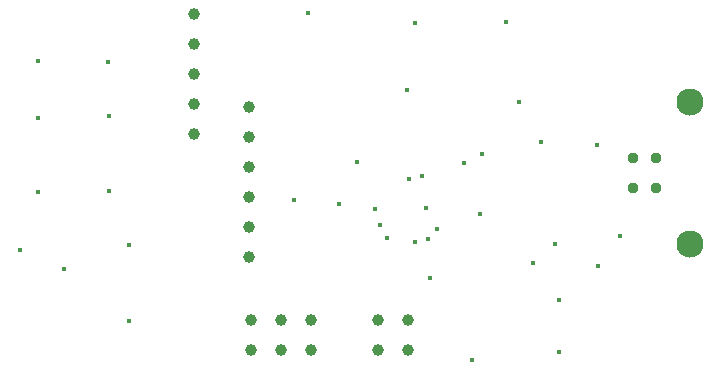
<source format=gbr>
%TF.GenerationSoftware,KiCad,Pcbnew,6.0.10+dfsg-1~bpo11+1*%
%TF.CreationDate,2023-01-20T02:54:27+00:00*%
%TF.ProjectId,t1,74312e6b-6963-4616-945f-706362585858,${git_hash}*%
%TF.SameCoordinates,Original*%
%TF.FileFunction,Plated,1,4,PTH,Drill*%
%TF.FilePolarity,Positive*%
%FSLAX46Y46*%
G04 Gerber Fmt 4.6, Leading zero omitted, Abs format (unit mm)*
G04 Created by KiCad (PCBNEW 6.0.10+dfsg-1~bpo11+1) date 2023-01-20 02:54:27*
%MOMM*%
%LPD*%
G01*
G04 APERTURE LIST*
%TA.AperFunction,ViaDrill*%
%ADD10C,0.400000*%
%TD*%
%TA.AperFunction,ComponentDrill*%
%ADD11C,0.950000*%
%TD*%
%TA.AperFunction,ComponentDrill*%
%ADD12C,1.000000*%
%TD*%
%TA.AperFunction,ComponentDrill*%
%ADD13C,2.300000*%
%TD*%
G04 APERTURE END LIST*
D10*
X121564400Y-89331800D03*
X123088400Y-78130400D03*
X123113800Y-73329800D03*
X123139200Y-84404200D03*
X125349000Y-90906600D03*
X129082800Y-73380600D03*
X129108200Y-77952600D03*
X129108200Y-84302600D03*
X130810000Y-95351600D03*
X130835400Y-88900000D03*
X144830800Y-85064600D03*
X146024600Y-69240400D03*
X148595111Y-85389689D03*
X150139400Y-81889600D03*
X151689100Y-85852000D03*
X152069800Y-87223600D03*
X152679400Y-88315800D03*
X154355800Y-75793600D03*
X154533600Y-83286600D03*
X155041600Y-70078600D03*
X155067000Y-88595200D03*
X155676600Y-83058000D03*
X155956000Y-85775802D03*
X156159200Y-88392000D03*
X156286200Y-91694000D03*
X156895800Y-87553800D03*
X159181800Y-81965800D03*
X159842200Y-98602800D03*
X160553400Y-86233000D03*
X160680400Y-81153000D03*
X162763200Y-70002400D03*
X163830000Y-76758800D03*
X165049200Y-90449400D03*
X165735000Y-80162400D03*
X166878000Y-88773000D03*
X167233600Y-93522800D03*
X167259000Y-97942400D03*
X170459400Y-80416400D03*
X170561000Y-90678000D03*
X172389800Y-88138000D03*
D11*
%TO.C,J2*%
X173482000Y-81534000D03*
X173482000Y-84034000D03*
X175482000Y-81534000D03*
X175482000Y-84034000D03*
D12*
%TO.C,J3*%
X136300000Y-69340000D03*
X136300000Y-71880000D03*
X136300000Y-74420000D03*
X136300000Y-76960000D03*
X136300000Y-79500000D03*
%TO.C,J6*%
X140970000Y-77216000D03*
X140970000Y-79756000D03*
X140970000Y-82296000D03*
X140970000Y-84836000D03*
X140970000Y-87376000D03*
X140970000Y-89916000D03*
%TO.C,J5*%
X141122400Y-95224600D03*
X141122400Y-97764600D03*
X143662400Y-95224600D03*
X143662400Y-97764600D03*
X146202400Y-95224600D03*
X146202400Y-97764600D03*
%TO.C,J4*%
X151892000Y-95250000D03*
X151892000Y-97790000D03*
X154432000Y-95250000D03*
X154432000Y-97790000D03*
D13*
%TO.C,J2*%
X178342000Y-76784000D03*
X178342000Y-88784000D03*
M02*

</source>
